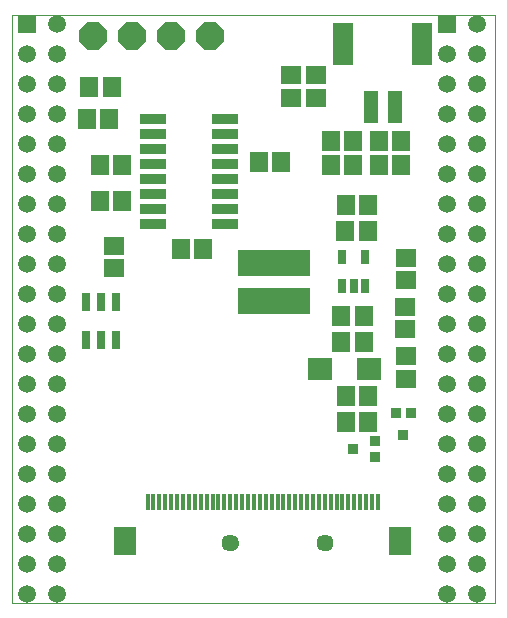
<source format=gts>
G75*
%MOIN*%
%OFA0B0*%
%FSLAX25Y25*%
%IPPOS*%
%LPD*%
%AMOC8*
5,1,8,0,0,1.08239X$1,22.5*
%
%ADD10C,0.00000*%
%ADD11R,0.02769X0.04737*%
%ADD12R,0.07099X0.05918*%
%ADD13R,0.05918X0.07099*%
%ADD14R,0.05918X0.06706*%
%ADD15R,0.24422X0.08674*%
%ADD16R,0.01575X0.05512*%
%ADD17R,0.07480X0.09252*%
%ADD18R,0.06706X0.05918*%
%ADD19R,0.02887X0.06036*%
%ADD20R,0.04737X0.11036*%
%ADD21R,0.06706X0.14186*%
%ADD22R,0.07887X0.07493*%
%ADD23R,0.03556X0.03556*%
%ADD24C,0.05950*%
%ADD25R,0.05950X0.05950*%
%ADD26C,0.05721*%
%ADD27R,0.08800X0.03400*%
%ADD28OC8,0.09300*%
D10*
X0001171Y0003194D02*
X0001171Y0199194D01*
X0162171Y0199194D01*
X0162171Y0003194D01*
X0001171Y0003194D01*
X0071506Y0023398D02*
X0071508Y0023497D01*
X0071514Y0023596D01*
X0071524Y0023695D01*
X0071538Y0023793D01*
X0071556Y0023890D01*
X0071578Y0023987D01*
X0071603Y0024083D01*
X0071633Y0024177D01*
X0071666Y0024271D01*
X0071703Y0024363D01*
X0071744Y0024453D01*
X0071788Y0024542D01*
X0071836Y0024628D01*
X0071887Y0024713D01*
X0071942Y0024796D01*
X0072000Y0024876D01*
X0072061Y0024954D01*
X0072125Y0025030D01*
X0072192Y0025103D01*
X0072262Y0025173D01*
X0072335Y0025240D01*
X0072411Y0025304D01*
X0072489Y0025365D01*
X0072569Y0025423D01*
X0072652Y0025478D01*
X0072736Y0025529D01*
X0072823Y0025577D01*
X0072912Y0025621D01*
X0073002Y0025662D01*
X0073094Y0025699D01*
X0073188Y0025732D01*
X0073282Y0025762D01*
X0073378Y0025787D01*
X0073475Y0025809D01*
X0073572Y0025827D01*
X0073670Y0025841D01*
X0073769Y0025851D01*
X0073868Y0025857D01*
X0073967Y0025859D01*
X0074066Y0025857D01*
X0074165Y0025851D01*
X0074264Y0025841D01*
X0074362Y0025827D01*
X0074459Y0025809D01*
X0074556Y0025787D01*
X0074652Y0025762D01*
X0074746Y0025732D01*
X0074840Y0025699D01*
X0074932Y0025662D01*
X0075022Y0025621D01*
X0075111Y0025577D01*
X0075197Y0025529D01*
X0075282Y0025478D01*
X0075365Y0025423D01*
X0075445Y0025365D01*
X0075523Y0025304D01*
X0075599Y0025240D01*
X0075672Y0025173D01*
X0075742Y0025103D01*
X0075809Y0025030D01*
X0075873Y0024954D01*
X0075934Y0024876D01*
X0075992Y0024796D01*
X0076047Y0024713D01*
X0076098Y0024629D01*
X0076146Y0024542D01*
X0076190Y0024453D01*
X0076231Y0024363D01*
X0076268Y0024271D01*
X0076301Y0024177D01*
X0076331Y0024083D01*
X0076356Y0023987D01*
X0076378Y0023890D01*
X0076396Y0023793D01*
X0076410Y0023695D01*
X0076420Y0023596D01*
X0076426Y0023497D01*
X0076428Y0023398D01*
X0076426Y0023299D01*
X0076420Y0023200D01*
X0076410Y0023101D01*
X0076396Y0023003D01*
X0076378Y0022906D01*
X0076356Y0022809D01*
X0076331Y0022713D01*
X0076301Y0022619D01*
X0076268Y0022525D01*
X0076231Y0022433D01*
X0076190Y0022343D01*
X0076146Y0022254D01*
X0076098Y0022168D01*
X0076047Y0022083D01*
X0075992Y0022000D01*
X0075934Y0021920D01*
X0075873Y0021842D01*
X0075809Y0021766D01*
X0075742Y0021693D01*
X0075672Y0021623D01*
X0075599Y0021556D01*
X0075523Y0021492D01*
X0075445Y0021431D01*
X0075365Y0021373D01*
X0075282Y0021318D01*
X0075198Y0021267D01*
X0075111Y0021219D01*
X0075022Y0021175D01*
X0074932Y0021134D01*
X0074840Y0021097D01*
X0074746Y0021064D01*
X0074652Y0021034D01*
X0074556Y0021009D01*
X0074459Y0020987D01*
X0074362Y0020969D01*
X0074264Y0020955D01*
X0074165Y0020945D01*
X0074066Y0020939D01*
X0073967Y0020937D01*
X0073868Y0020939D01*
X0073769Y0020945D01*
X0073670Y0020955D01*
X0073572Y0020969D01*
X0073475Y0020987D01*
X0073378Y0021009D01*
X0073282Y0021034D01*
X0073188Y0021064D01*
X0073094Y0021097D01*
X0073002Y0021134D01*
X0072912Y0021175D01*
X0072823Y0021219D01*
X0072737Y0021267D01*
X0072652Y0021318D01*
X0072569Y0021373D01*
X0072489Y0021431D01*
X0072411Y0021492D01*
X0072335Y0021556D01*
X0072262Y0021623D01*
X0072192Y0021693D01*
X0072125Y0021766D01*
X0072061Y0021842D01*
X0072000Y0021920D01*
X0071942Y0022000D01*
X0071887Y0022083D01*
X0071836Y0022167D01*
X0071788Y0022254D01*
X0071744Y0022343D01*
X0071703Y0022433D01*
X0071666Y0022525D01*
X0071633Y0022619D01*
X0071603Y0022713D01*
X0071578Y0022809D01*
X0071556Y0022906D01*
X0071538Y0023003D01*
X0071524Y0023101D01*
X0071514Y0023200D01*
X0071508Y0023299D01*
X0071506Y0023398D01*
X0103002Y0023398D02*
X0103004Y0023497D01*
X0103010Y0023596D01*
X0103020Y0023695D01*
X0103034Y0023793D01*
X0103052Y0023890D01*
X0103074Y0023987D01*
X0103099Y0024083D01*
X0103129Y0024177D01*
X0103162Y0024271D01*
X0103199Y0024363D01*
X0103240Y0024453D01*
X0103284Y0024542D01*
X0103332Y0024628D01*
X0103383Y0024713D01*
X0103438Y0024796D01*
X0103496Y0024876D01*
X0103557Y0024954D01*
X0103621Y0025030D01*
X0103688Y0025103D01*
X0103758Y0025173D01*
X0103831Y0025240D01*
X0103907Y0025304D01*
X0103985Y0025365D01*
X0104065Y0025423D01*
X0104148Y0025478D01*
X0104232Y0025529D01*
X0104319Y0025577D01*
X0104408Y0025621D01*
X0104498Y0025662D01*
X0104590Y0025699D01*
X0104684Y0025732D01*
X0104778Y0025762D01*
X0104874Y0025787D01*
X0104971Y0025809D01*
X0105068Y0025827D01*
X0105166Y0025841D01*
X0105265Y0025851D01*
X0105364Y0025857D01*
X0105463Y0025859D01*
X0105562Y0025857D01*
X0105661Y0025851D01*
X0105760Y0025841D01*
X0105858Y0025827D01*
X0105955Y0025809D01*
X0106052Y0025787D01*
X0106148Y0025762D01*
X0106242Y0025732D01*
X0106336Y0025699D01*
X0106428Y0025662D01*
X0106518Y0025621D01*
X0106607Y0025577D01*
X0106693Y0025529D01*
X0106778Y0025478D01*
X0106861Y0025423D01*
X0106941Y0025365D01*
X0107019Y0025304D01*
X0107095Y0025240D01*
X0107168Y0025173D01*
X0107238Y0025103D01*
X0107305Y0025030D01*
X0107369Y0024954D01*
X0107430Y0024876D01*
X0107488Y0024796D01*
X0107543Y0024713D01*
X0107594Y0024629D01*
X0107642Y0024542D01*
X0107686Y0024453D01*
X0107727Y0024363D01*
X0107764Y0024271D01*
X0107797Y0024177D01*
X0107827Y0024083D01*
X0107852Y0023987D01*
X0107874Y0023890D01*
X0107892Y0023793D01*
X0107906Y0023695D01*
X0107916Y0023596D01*
X0107922Y0023497D01*
X0107924Y0023398D01*
X0107922Y0023299D01*
X0107916Y0023200D01*
X0107906Y0023101D01*
X0107892Y0023003D01*
X0107874Y0022906D01*
X0107852Y0022809D01*
X0107827Y0022713D01*
X0107797Y0022619D01*
X0107764Y0022525D01*
X0107727Y0022433D01*
X0107686Y0022343D01*
X0107642Y0022254D01*
X0107594Y0022168D01*
X0107543Y0022083D01*
X0107488Y0022000D01*
X0107430Y0021920D01*
X0107369Y0021842D01*
X0107305Y0021766D01*
X0107238Y0021693D01*
X0107168Y0021623D01*
X0107095Y0021556D01*
X0107019Y0021492D01*
X0106941Y0021431D01*
X0106861Y0021373D01*
X0106778Y0021318D01*
X0106694Y0021267D01*
X0106607Y0021219D01*
X0106518Y0021175D01*
X0106428Y0021134D01*
X0106336Y0021097D01*
X0106242Y0021064D01*
X0106148Y0021034D01*
X0106052Y0021009D01*
X0105955Y0020987D01*
X0105858Y0020969D01*
X0105760Y0020955D01*
X0105661Y0020945D01*
X0105562Y0020939D01*
X0105463Y0020937D01*
X0105364Y0020939D01*
X0105265Y0020945D01*
X0105166Y0020955D01*
X0105068Y0020969D01*
X0104971Y0020987D01*
X0104874Y0021009D01*
X0104778Y0021034D01*
X0104684Y0021064D01*
X0104590Y0021097D01*
X0104498Y0021134D01*
X0104408Y0021175D01*
X0104319Y0021219D01*
X0104233Y0021267D01*
X0104148Y0021318D01*
X0104065Y0021373D01*
X0103985Y0021431D01*
X0103907Y0021492D01*
X0103831Y0021556D01*
X0103758Y0021623D01*
X0103688Y0021693D01*
X0103621Y0021766D01*
X0103557Y0021842D01*
X0103496Y0021920D01*
X0103438Y0022000D01*
X0103383Y0022083D01*
X0103332Y0022167D01*
X0103284Y0022254D01*
X0103240Y0022343D01*
X0103199Y0022433D01*
X0103162Y0022525D01*
X0103129Y0022619D01*
X0103099Y0022713D01*
X0103074Y0022809D01*
X0103052Y0022906D01*
X0103034Y0023003D01*
X0103020Y0023101D01*
X0103010Y0023200D01*
X0103004Y0023299D01*
X0103002Y0023398D01*
D11*
X0111301Y0109076D03*
X0115041Y0109076D03*
X0118781Y0109076D03*
X0118781Y0118524D03*
X0111301Y0118524D03*
D12*
X0132401Y0118304D03*
X0132401Y0110824D03*
X0132171Y0102064D03*
X0132171Y0094583D03*
X0132464Y0085559D03*
X0132464Y0078079D03*
X0035231Y0114886D03*
X0035231Y0122366D03*
D13*
X0110931Y0098964D03*
X0118411Y0098964D03*
D14*
X0118411Y0090264D03*
X0110931Y0090264D03*
X0112431Y0072264D03*
X0112431Y0063564D03*
X0119911Y0063564D03*
X0119911Y0072264D03*
X0119711Y0127324D03*
X0112231Y0127324D03*
X0112431Y0135924D03*
X0119911Y0135924D03*
X0123431Y0149194D03*
X0130911Y0149194D03*
X0130911Y0157194D03*
X0123431Y0157194D03*
X0114911Y0157194D03*
X0114911Y0149194D03*
X0107431Y0149194D03*
X0107431Y0157194D03*
X0090911Y0150194D03*
X0083431Y0150194D03*
X0064911Y0121194D03*
X0057431Y0121194D03*
X0037911Y0137194D03*
X0030431Y0137194D03*
X0030431Y0149194D03*
X0037911Y0149194D03*
X0033593Y0164527D03*
X0026112Y0164527D03*
X0026894Y0175424D03*
X0034374Y0175424D03*
D15*
X0088541Y0116780D03*
X0088541Y0103788D03*
D16*
X0087675Y0036800D03*
X0085707Y0036800D03*
X0083738Y0036800D03*
X0081770Y0036800D03*
X0079801Y0036800D03*
X0077833Y0036800D03*
X0075864Y0036800D03*
X0073896Y0036800D03*
X0071927Y0036800D03*
X0069959Y0036800D03*
X0067990Y0036800D03*
X0066022Y0036800D03*
X0064053Y0036800D03*
X0062085Y0036800D03*
X0060116Y0036800D03*
X0058148Y0036800D03*
X0056179Y0036800D03*
X0054211Y0036800D03*
X0052242Y0036800D03*
X0050274Y0036800D03*
X0048305Y0036800D03*
X0046337Y0036800D03*
X0089644Y0036800D03*
X0091612Y0036800D03*
X0093581Y0036800D03*
X0095549Y0036800D03*
X0097518Y0036800D03*
X0099486Y0036800D03*
X0101455Y0036800D03*
X0103423Y0036800D03*
X0105392Y0036800D03*
X0107360Y0036800D03*
X0109329Y0036800D03*
X0111297Y0036800D03*
X0113266Y0036800D03*
X0115234Y0036800D03*
X0117203Y0036800D03*
X0119171Y0036800D03*
X0121140Y0036800D03*
X0123108Y0036800D03*
D17*
X0130589Y0024005D03*
X0038856Y0024005D03*
D18*
X0094125Y0171740D03*
X0094125Y0179220D03*
X0102534Y0179220D03*
X0102534Y0171740D03*
D19*
X0035887Y0103702D03*
X0030887Y0103702D03*
X0025887Y0103702D03*
X0025887Y0091102D03*
X0030887Y0091102D03*
X0035887Y0091102D03*
D20*
X0120817Y0168603D03*
X0128691Y0168603D03*
D21*
X0137943Y0189469D03*
X0111565Y0189469D03*
D22*
X0103847Y0081249D03*
X0119989Y0081249D03*
D23*
X0128982Y0066463D03*
X0134100Y0066463D03*
X0131541Y0059179D03*
X0122110Y0057129D03*
X0122110Y0052011D03*
X0114827Y0054570D03*
D24*
X0146171Y0056430D03*
X0146171Y0066430D03*
X0146171Y0076430D03*
X0146171Y0086430D03*
X0146171Y0096430D03*
X0146171Y0106430D03*
X0146171Y0116430D03*
X0146171Y0126430D03*
X0146171Y0136430D03*
X0146171Y0146430D03*
X0146171Y0156430D03*
X0146171Y0166430D03*
X0146171Y0176430D03*
X0146171Y0186430D03*
X0156171Y0186430D03*
X0156171Y0196430D03*
X0156171Y0176430D03*
X0156171Y0166430D03*
X0156171Y0156430D03*
X0156171Y0146430D03*
X0156171Y0136430D03*
X0156171Y0126430D03*
X0156171Y0116430D03*
X0156171Y0106430D03*
X0156171Y0096430D03*
X0156171Y0086430D03*
X0156171Y0076430D03*
X0156171Y0066430D03*
X0156171Y0056430D03*
X0156171Y0046430D03*
X0156171Y0036430D03*
X0156171Y0026430D03*
X0156171Y0016430D03*
X0156171Y0006430D03*
X0146171Y0006430D03*
X0146171Y0016430D03*
X0146171Y0026430D03*
X0146171Y0036430D03*
X0146171Y0046430D03*
X0016171Y0046430D03*
X0016171Y0036430D03*
X0016171Y0026430D03*
X0016171Y0016430D03*
X0016171Y0006430D03*
X0006171Y0006430D03*
X0006171Y0016430D03*
X0006171Y0026430D03*
X0006171Y0036430D03*
X0006171Y0046430D03*
X0006171Y0056430D03*
X0006171Y0066430D03*
X0006171Y0076430D03*
X0006171Y0086430D03*
X0006171Y0096430D03*
X0006171Y0106430D03*
X0006171Y0116430D03*
X0006171Y0126430D03*
X0006171Y0136430D03*
X0006171Y0146430D03*
X0006171Y0156430D03*
X0006171Y0166430D03*
X0006171Y0176430D03*
X0006171Y0186430D03*
X0016171Y0186430D03*
X0016171Y0196430D03*
X0016171Y0176430D03*
X0016171Y0166430D03*
X0016171Y0156430D03*
X0016171Y0146430D03*
X0016171Y0136430D03*
X0016171Y0126430D03*
X0016171Y0116430D03*
X0016171Y0106430D03*
X0016171Y0096430D03*
X0016171Y0086430D03*
X0016171Y0076430D03*
X0016171Y0066430D03*
X0016171Y0056430D03*
D25*
X0006171Y0196430D03*
X0146171Y0196430D03*
D26*
X0105463Y0023398D03*
X0073967Y0023398D03*
D27*
X0072271Y0129694D03*
X0072271Y0134694D03*
X0072271Y0139694D03*
X0072271Y0144694D03*
X0072271Y0149694D03*
X0072271Y0154694D03*
X0072271Y0159694D03*
X0072271Y0164694D03*
X0048071Y0164694D03*
X0048071Y0159694D03*
X0048071Y0154694D03*
X0048071Y0149694D03*
X0048071Y0144694D03*
X0048071Y0139694D03*
X0048071Y0134694D03*
X0048071Y0129694D03*
D28*
X0054171Y0192194D03*
X0067171Y0192194D03*
X0041171Y0192194D03*
X0028171Y0192194D03*
M02*

</source>
